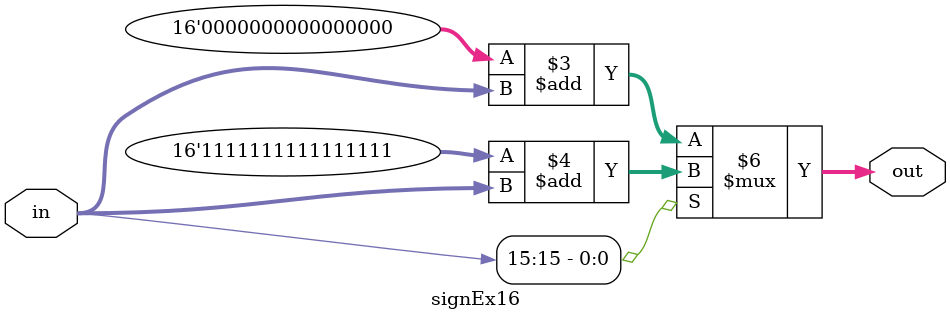
<source format=v>
/***************************************************
 * Modulo: signEx16
 * Projeto: mips32
 * Descrição: Extende o sinal de um numero de 16 para
 * 32 bits.
 ***************************************************/
module signEx16(in, out);
		input[15:0] in;
		output[31:0] out;
		reg[31:0] out;
		
		always @(in)
		begin
			if(in[15] == 1'b0) begin
				out <= 16'b0000000000000000 + in;
			end
			else begin
				out <= 16'b1111111111111111 + in; 
			end
			
		end
endmodule
</source>
